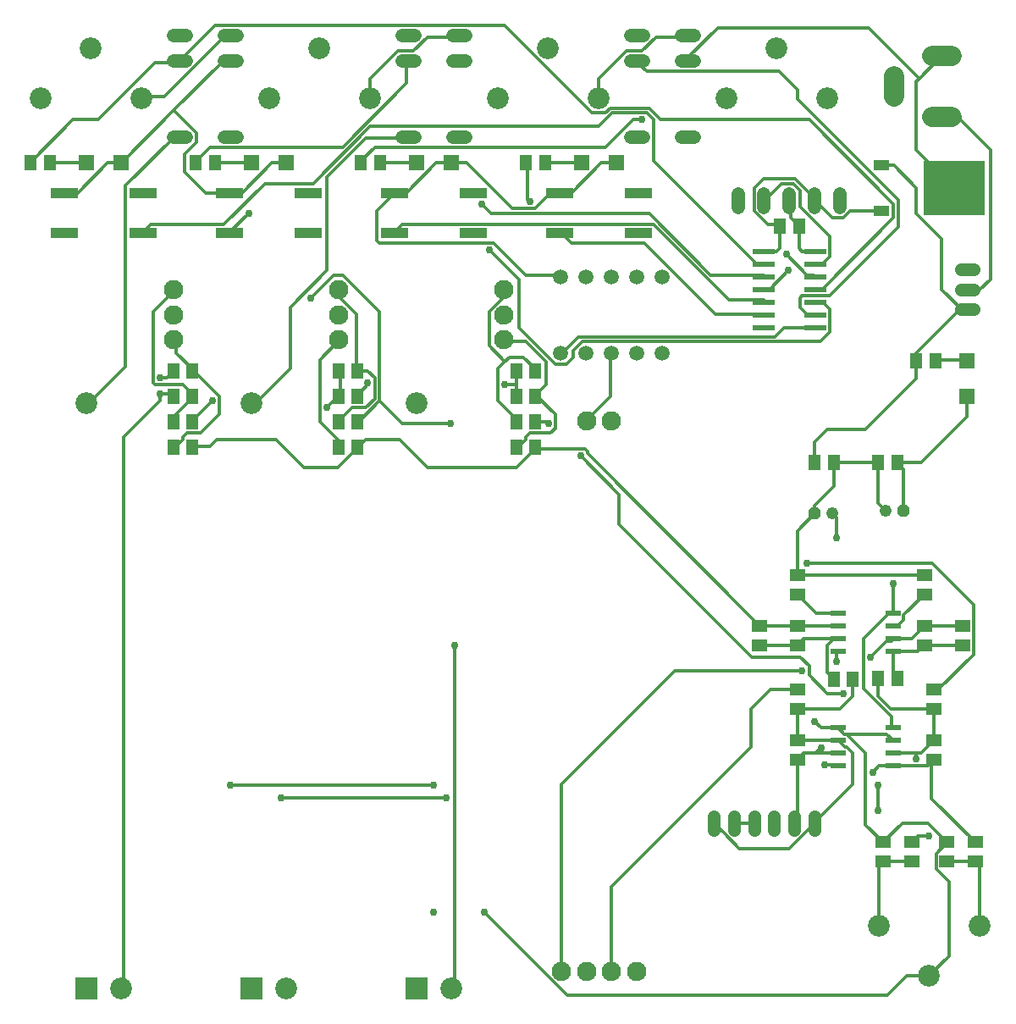
<source format=gbr>
G04 EAGLE Gerber RS-274X export*
G75*
%MOMM*%
%FSLAX34Y34*%
%LPD*%
%INTop Copper*%
%IPPOS*%
%AMOC8*
5,1,8,0,0,1.08239X$1,22.5*%
G01*
%ADD10P,1.319650X8X202.500000*%
%ADD11C,1.219200*%
%ADD12R,1.500000X1.300000*%
%ADD13P,1.319650X8X22.500000*%
%ADD14R,1.500000X1.500000*%
%ADD15C,1.930400*%
%ADD16R,1.300000X1.600000*%
%ADD17R,1.600000X1.300000*%
%ADD18R,1.300000X1.500000*%
%ADD19C,1.308000*%
%ADD20C,2.184400*%
%ADD21R,2.184400X2.184400*%
%ADD22R,1.500000X0.600000*%
%ADD23C,2.000000*%
%ADD24R,2.800000X1.000000*%
%ADD25C,1.320800*%
%ADD26C,1.508000*%
%ADD27R,2.200000X0.600000*%
%ADD28R,6.200000X5.400000*%
%ADD29R,1.600000X1.000000*%
%ADD30C,0.756400*%
%ADD31C,0.304800*%


D10*
X812800Y500100D03*
D11*
X830580Y500100D03*
D12*
X960400Y387300D03*
X960400Y368300D03*
X757200Y387300D03*
X757200Y368300D03*
D13*
X901700Y503200D03*
D11*
X883920Y503200D03*
D12*
X795300Y273000D03*
X795300Y254000D03*
X931900Y273000D03*
X931900Y254000D03*
X881100Y152450D03*
X881100Y171450D03*
X944600Y152450D03*
X944600Y171450D03*
D14*
X965200Y617500D03*
X965200Y652500D03*
D15*
X336700Y673500D03*
X336700Y698500D03*
X336700Y723500D03*
X501800Y673500D03*
X501800Y698500D03*
X501800Y723500D03*
X171600Y673500D03*
X171600Y698500D03*
X171600Y723500D03*
D16*
X831800Y550900D03*
X812800Y550900D03*
D17*
X922300Y387300D03*
X922300Y368300D03*
X922300Y438100D03*
X922300Y419100D03*
X795300Y323800D03*
X795300Y304800D03*
X795300Y387300D03*
X795300Y368300D03*
X795300Y438100D03*
X795300Y419100D03*
X973100Y171400D03*
X973100Y152400D03*
D16*
X171500Y566700D03*
X190500Y566700D03*
X336600Y642900D03*
X355600Y642900D03*
X336600Y617500D03*
X355600Y617500D03*
X514400Y642900D03*
X533400Y642900D03*
X895300Y550900D03*
X876300Y550900D03*
X514400Y617500D03*
X533400Y617500D03*
X336600Y592100D03*
X355600Y592100D03*
X336600Y566700D03*
X355600Y566700D03*
X514400Y592100D03*
X533400Y592100D03*
X514400Y566700D03*
X533400Y566700D03*
D17*
X909600Y171400D03*
X909600Y152400D03*
D18*
X933400Y652500D03*
X914400Y652500D03*
D16*
X895300Y335000D03*
X876300Y335000D03*
X831900Y334290D03*
X850900Y334290D03*
D17*
X931900Y323800D03*
X931900Y304800D03*
D16*
X171500Y617500D03*
X190500Y617500D03*
X171500Y642900D03*
X190500Y642900D03*
X171500Y592100D03*
X190500Y592100D03*
D19*
X958660Y723900D02*
X971740Y723900D01*
X971740Y743900D02*
X958660Y743900D01*
X958660Y703900D02*
X971740Y703900D01*
D20*
X927100Y38100D03*
X877100Y88100D03*
X977100Y88100D03*
D15*
X559400Y42500D03*
X584400Y42500D03*
X609400Y42500D03*
X634400Y42500D03*
X584400Y592500D03*
X609400Y592500D03*
D21*
X84100Y25000D03*
D20*
X119100Y25000D03*
X84100Y610000D03*
D21*
X249200Y25000D03*
D20*
X284200Y25000D03*
X249200Y610000D03*
D21*
X414300Y25000D03*
D20*
X449300Y25000D03*
X414300Y610000D03*
D19*
X772000Y197040D02*
X772000Y183960D01*
X752000Y183960D02*
X752000Y197040D01*
X732000Y197040D02*
X732000Y183960D01*
X792000Y183960D02*
X792000Y197040D01*
X812000Y197040D02*
X812000Y183960D01*
X712000Y183960D02*
X712000Y197040D01*
D22*
X891100Y374650D03*
X836100Y374650D03*
X891100Y361950D03*
X891100Y387350D03*
X891100Y400050D03*
X836100Y361950D03*
X836100Y387350D03*
X836100Y400050D03*
X891100Y260350D03*
X836100Y260350D03*
X891100Y247650D03*
X891100Y273050D03*
X891100Y285750D03*
X836100Y247650D03*
X836100Y273050D03*
X836100Y285750D03*
D23*
X929800Y896100D02*
X949800Y896100D01*
X949800Y957100D02*
X929800Y957100D01*
X891800Y937100D02*
X891800Y917100D01*
D24*
X62600Y820100D03*
X62600Y780100D03*
X140600Y780100D03*
X140600Y820100D03*
D20*
X88900Y965200D03*
X138900Y915200D03*
X38900Y915200D03*
X774700Y965200D03*
X824700Y915200D03*
X724700Y915200D03*
D24*
X392800Y820100D03*
X392800Y780100D03*
X470800Y780100D03*
X470800Y820100D03*
D20*
X546100Y965200D03*
X596100Y915200D03*
X496100Y915200D03*
D24*
X227700Y820100D03*
X227700Y780100D03*
X305700Y780100D03*
X305700Y820100D03*
D20*
X317500Y965200D03*
X367500Y915200D03*
X267500Y915200D03*
D25*
X184404Y977900D02*
X171196Y977900D01*
X171196Y952500D02*
X184404Y952500D01*
X184404Y876300D02*
X171196Y876300D01*
X221996Y876300D02*
X235204Y876300D01*
X235204Y952500D02*
X221996Y952500D01*
X221996Y977900D02*
X235204Y977900D01*
X399796Y977900D02*
X413004Y977900D01*
X413004Y952500D02*
X399796Y952500D01*
X399796Y876300D02*
X413004Y876300D01*
X450596Y876300D02*
X463804Y876300D01*
X463804Y952500D02*
X450596Y952500D01*
X450596Y977900D02*
X463804Y977900D01*
X628396Y977900D02*
X641604Y977900D01*
X641604Y952500D02*
X628396Y952500D01*
X628396Y876300D02*
X641604Y876300D01*
X679196Y876300D02*
X692404Y876300D01*
X692404Y952500D02*
X679196Y952500D01*
X679196Y977900D02*
X692404Y977900D01*
D26*
X558800Y660400D03*
X584200Y660400D03*
X609600Y660400D03*
X635000Y660400D03*
X660400Y660400D03*
X660400Y736600D03*
X635000Y736600D03*
X609600Y736600D03*
X584200Y736600D03*
X558800Y736600D03*
D27*
X761400Y749300D03*
X761400Y685800D03*
X761400Y762000D03*
X761400Y736600D03*
X761400Y723900D03*
X813400Y685800D03*
X761400Y698500D03*
X761400Y711200D03*
X813400Y698500D03*
X813400Y711200D03*
X813400Y723900D03*
X813400Y736600D03*
X813400Y749300D03*
X813400Y762000D03*
D24*
X557900Y820100D03*
X557900Y780100D03*
X635900Y780100D03*
X635900Y820100D03*
D28*
X952100Y825500D03*
D29*
X879100Y848300D03*
X879100Y802700D03*
D18*
X777900Y787400D03*
X796900Y787400D03*
D25*
X838200Y806196D02*
X838200Y819404D01*
X812800Y819404D02*
X812800Y806196D01*
X787400Y806196D02*
X787400Y819404D01*
X762000Y819404D02*
X762000Y806196D01*
X736600Y806196D02*
X736600Y819404D01*
D14*
X119100Y850900D03*
X84100Y850900D03*
X284200Y850900D03*
X249200Y850900D03*
X449300Y850900D03*
X414300Y850900D03*
X614400Y850900D03*
X579400Y850900D03*
D16*
X47600Y850900D03*
X28600Y850900D03*
X212700Y850900D03*
X193700Y850900D03*
X377800Y850900D03*
X358800Y850900D03*
X542900Y850900D03*
X523900Y850900D03*
D30*
X444500Y215900D03*
D31*
X279400Y215900D01*
D30*
X279400Y215900D03*
X431800Y228600D03*
D31*
X228600Y228600D01*
D30*
X228600Y228600D03*
D31*
X831800Y527000D02*
X831800Y550900D01*
X812800Y508000D02*
X812800Y500100D01*
X812800Y508000D02*
X831800Y527000D01*
X876300Y510820D02*
X883920Y503200D01*
X876300Y510820D02*
X876300Y550900D01*
X831800Y550900D01*
X795300Y438100D02*
X922300Y438100D01*
X836100Y285750D02*
X842450Y279400D01*
X884750Y279400D02*
X891100Y273050D01*
X884750Y279400D02*
X842450Y279400D01*
X836100Y285750D02*
X819150Y285750D01*
X812800Y292100D01*
D30*
X812800Y292100D03*
D31*
X795300Y438100D02*
X795300Y482600D01*
X812800Y500100D01*
X863600Y188950D02*
X881100Y171450D01*
X844863Y279098D02*
X842752Y279098D01*
X842450Y279400D01*
X844863Y279098D02*
X863600Y260361D01*
X863600Y188950D01*
X925550Y190500D02*
X944600Y171450D01*
X900150Y190500D02*
X881100Y171450D01*
X900150Y190500D02*
X925550Y190500D01*
X934052Y160213D02*
X934052Y144688D01*
X944600Y170761D02*
X944600Y171450D01*
X944600Y170761D02*
X934052Y160213D01*
X946784Y131956D02*
X946784Y57784D01*
X946784Y131956D02*
X934052Y144688D01*
X946784Y57784D02*
X927100Y38100D01*
D30*
X482600Y101600D03*
D31*
X904937Y38100D02*
X927100Y38100D01*
X546700Y37239D02*
X546700Y37500D01*
X885253Y18416D02*
X904937Y38100D01*
X885253Y18416D02*
X565523Y18416D01*
X546700Y37239D01*
X546700Y37500D02*
X482600Y101600D01*
D30*
X431800Y101600D03*
D31*
X917180Y934480D02*
X939800Y957100D01*
X917180Y934480D02*
X914400Y931700D01*
X914400Y863200D02*
X952100Y825500D01*
X914400Y863200D02*
X914400Y931700D01*
X813400Y762000D02*
X800100Y762000D01*
X796900Y765200D01*
X796900Y787400D01*
X895300Y550900D02*
X919200Y550900D01*
X965200Y596900D01*
X965200Y617500D01*
X895300Y550900D02*
X901700Y544500D01*
X901700Y503200D01*
X889254Y297180D02*
X889254Y285750D01*
X889254Y297180D02*
X861822Y324612D01*
X861822Y374904D01*
X886968Y400050D01*
X891100Y400050D01*
X891100Y285750D02*
X889254Y285750D01*
X891540Y400050D02*
X891540Y429768D01*
X891540Y400050D02*
X891100Y400050D01*
X788670Y795528D02*
X788670Y811530D01*
X788670Y795528D02*
X795528Y788670D01*
X788670Y811530D02*
X787400Y812800D01*
X795528Y788670D02*
X796900Y787400D01*
X612648Y850392D02*
X598932Y850392D01*
X569214Y820674D01*
X560070Y820674D01*
X612648Y850392D02*
X614400Y850900D01*
X560070Y820674D02*
X557900Y820100D01*
X448056Y850392D02*
X434340Y850392D01*
X404622Y820674D01*
X393192Y820674D01*
X448056Y850392D02*
X449300Y850900D01*
X393192Y820674D02*
X392800Y820100D01*
X523494Y738378D02*
X557784Y738378D01*
X523494Y738378D02*
X491490Y770382D01*
X377190Y770382D01*
X374904Y772668D01*
X374904Y802386D01*
X390906Y818388D01*
X557784Y738378D02*
X558800Y736600D01*
X392800Y820100D02*
X390906Y818388D01*
X546354Y818388D02*
X557784Y818388D01*
X546354Y818388D02*
X532638Y804672D01*
X509778Y804672D01*
X464058Y850392D01*
X450342Y850392D01*
X557900Y820100D02*
X557784Y818388D01*
X450342Y850392D02*
X449300Y850900D01*
X283464Y850392D02*
X269748Y850392D01*
X240030Y820674D01*
X228600Y820674D01*
X283464Y850392D02*
X284200Y850900D01*
X228600Y820674D02*
X227700Y820100D01*
X118872Y850392D02*
X105156Y850392D01*
X75438Y820674D01*
X64008Y820674D01*
X118872Y850392D02*
X119100Y850900D01*
X64008Y820674D02*
X62600Y820100D01*
X219456Y950976D02*
X228600Y950976D01*
X171450Y902970D02*
X121158Y852678D01*
X171450Y902970D02*
X219456Y950976D01*
X228600Y950976D02*
X228600Y952500D01*
X121158Y852678D02*
X119100Y850900D01*
X203454Y820674D02*
X226314Y820674D01*
X203454Y820674D02*
X182880Y841248D01*
X182880Y859536D01*
X194310Y870966D01*
X194310Y880110D01*
X171450Y902970D01*
X226314Y820674D02*
X227700Y820100D01*
X866394Y985266D02*
X917180Y934480D01*
X866394Y985266D02*
X715518Y985266D01*
X685800Y955548D01*
X685800Y952500D01*
D30*
X891540Y429768D03*
D31*
X934974Y653796D02*
X964692Y653796D01*
X934974Y653796D02*
X933400Y652500D01*
X964692Y653796D02*
X965200Y652500D01*
X891600Y848300D02*
X879100Y848300D01*
X914400Y825500D02*
X914400Y800100D01*
X939800Y774700D01*
X939800Y723900D01*
X959800Y703900D01*
X965200Y703900D01*
X914400Y825500D02*
X891600Y848300D01*
X957900Y703900D02*
X965200Y703900D01*
X914400Y660400D02*
X914400Y652500D01*
X914400Y660400D02*
X957900Y703900D01*
X812800Y571500D02*
X812800Y550900D01*
X812800Y571500D02*
X825500Y584200D01*
X863600Y584200D02*
X914400Y635000D01*
X914400Y652500D01*
X863600Y584200D02*
X825500Y584200D01*
X822960Y249174D02*
X834390Y249174D01*
X834390Y352044D02*
X834390Y361188D01*
X834390Y249174D02*
X836100Y247650D01*
X834390Y361188D02*
X836100Y361950D01*
X834390Y475488D02*
X834390Y496062D01*
X832104Y498348D01*
X830580Y500100D01*
D30*
X822960Y249174D03*
X834390Y352044D03*
X834390Y475488D03*
D31*
X173736Y594360D02*
X173736Y598932D01*
X192024Y617220D01*
X173736Y594360D02*
X171500Y592100D01*
X190500Y617500D02*
X192024Y617220D01*
X189738Y619506D02*
X180594Y628650D01*
X153162Y628650D01*
X150876Y630936D01*
X150876Y701802D01*
X171450Y722376D01*
X189738Y619506D02*
X190500Y617500D01*
X171450Y722376D02*
X171600Y723500D01*
X180594Y573786D02*
X173736Y566928D01*
X180594Y573786D02*
X180594Y576072D01*
X185166Y580644D01*
X198882Y580644D01*
X217170Y598932D01*
X217170Y617220D01*
X192024Y642366D01*
X173736Y566928D02*
X171500Y566700D01*
X192024Y642366D02*
X190500Y642900D01*
X173736Y660654D02*
X173736Y672084D01*
X173736Y660654D02*
X189738Y644652D01*
X173736Y672084D02*
X171600Y673500D01*
X189738Y644652D02*
X190500Y642900D01*
X891100Y374650D02*
X909650Y374650D01*
X922300Y387300D01*
X960400Y387300D01*
X210312Y612648D02*
X192024Y594360D01*
X308610Y715518D02*
X331470Y738378D01*
X340614Y738378D01*
X377190Y701802D01*
X377190Y612648D01*
X356616Y592074D01*
X192024Y594360D02*
X190500Y592100D01*
X355600Y592100D02*
X356616Y592074D01*
X534924Y592074D02*
X544068Y592074D01*
X546354Y589788D01*
X448056Y589788D02*
X400050Y589788D01*
X377190Y612648D01*
X533400Y592100D02*
X534924Y592074D01*
X884682Y372618D02*
X889254Y372618D01*
X884682Y372618D02*
X868680Y356616D01*
X841248Y320040D02*
X825246Y320040D01*
X806958Y338328D01*
X806958Y347472D01*
X797814Y356616D01*
X749808Y356616D01*
X617220Y489204D01*
X617220Y518922D01*
X578358Y557784D01*
X889254Y372618D02*
X891100Y374650D01*
D30*
X210312Y612648D03*
X308610Y715518D03*
X546354Y589788D03*
X448056Y589788D03*
X868680Y356616D03*
X841248Y320040D03*
X578358Y557784D03*
D31*
X891100Y361950D02*
X891100Y339200D01*
X895300Y335000D01*
X891100Y361950D02*
X915950Y361950D01*
X922300Y368300D01*
X960400Y368300D01*
X922300Y419100D02*
X901700Y398500D01*
X901700Y393700D01*
X895350Y387350D01*
X891100Y387350D01*
X977100Y148400D02*
X977100Y88100D01*
X977100Y148400D02*
X973100Y152400D01*
X973050Y152450D02*
X944600Y152450D01*
X973050Y152450D02*
X973100Y152400D01*
X831900Y334290D02*
X825500Y340690D01*
X825500Y368300D01*
X831850Y374650D01*
X836100Y374650D01*
X801650Y374650D01*
X795300Y368300D01*
X757200Y368300D01*
X814350Y400050D02*
X836100Y400050D01*
X814350Y400050D02*
X795300Y419100D01*
X795300Y387300D02*
X757200Y387300D01*
X795300Y387300D02*
X836050Y387300D01*
X836100Y387350D01*
X208026Y566928D02*
X192024Y566928D01*
X208026Y566928D02*
X214884Y573786D01*
X274320Y573786D01*
X301752Y546354D01*
X336042Y546354D01*
X354330Y564642D01*
X192024Y566928D02*
X190500Y566700D01*
X354330Y564642D02*
X355600Y566700D01*
X514350Y546354D02*
X532638Y564642D01*
X514350Y546354D02*
X425196Y546354D01*
X397764Y573786D01*
X363474Y573786D01*
X356616Y566928D01*
X532638Y564642D02*
X533400Y566700D01*
X356616Y566928D02*
X355600Y566700D01*
X585216Y560070D02*
X756666Y388620D01*
X585216Y560070D02*
X585216Y562356D01*
X582930Y564642D01*
X534924Y564642D01*
X756666Y388620D02*
X757200Y387300D01*
X534924Y564642D02*
X533400Y566700D01*
X349758Y605790D02*
X338328Y594360D01*
X349758Y605790D02*
X363474Y605790D01*
X372618Y614934D01*
X372618Y635508D01*
X365760Y642366D01*
X356616Y642366D01*
X338328Y594360D02*
X336600Y592100D01*
X356616Y642366D02*
X355600Y642900D01*
X338328Y715518D02*
X338328Y722376D01*
X338328Y715518D02*
X354330Y699516D01*
X354330Y644652D01*
X338328Y722376D02*
X336700Y723500D01*
X354330Y644652D02*
X355600Y642900D01*
X336042Y573786D02*
X336042Y566928D01*
X336042Y573786D02*
X317754Y592074D01*
X317754Y653796D01*
X336042Y672084D01*
X336042Y566928D02*
X336600Y566700D01*
X336042Y672084D02*
X336700Y673500D01*
X365760Y628650D02*
X356616Y619506D01*
X365760Y628650D02*
X365760Y630936D01*
X356616Y619506D02*
X355600Y617500D01*
D30*
X365760Y630936D03*
D31*
X496062Y612648D02*
X514350Y594360D01*
X496062Y612648D02*
X496062Y644652D01*
X502920Y651510D02*
X507492Y656082D01*
X502920Y651510D02*
X496062Y644652D01*
X507492Y656082D02*
X521208Y656082D01*
X532638Y644652D01*
X514350Y594360D02*
X514400Y592100D01*
X533400Y642900D02*
X532638Y644652D01*
X500634Y715518D02*
X500634Y722376D01*
X500634Y715518D02*
X486918Y701802D01*
X486918Y667512D01*
X502920Y651510D01*
X500634Y722376D02*
X501800Y723500D01*
X523494Y573786D02*
X516636Y566928D01*
X523494Y573786D02*
X523494Y576072D01*
X528066Y580644D01*
X548640Y580644D01*
X553212Y585216D01*
X553212Y598932D01*
X534924Y617220D01*
X516636Y566928D02*
X514400Y566700D01*
X533400Y617500D02*
X534924Y617220D01*
X523494Y672084D02*
X502920Y672084D01*
X523494Y672084D02*
X544068Y651510D01*
X544068Y628650D01*
X534924Y619506D01*
X502920Y672084D02*
X501800Y673500D01*
X534924Y619506D02*
X533400Y617500D01*
X171450Y619506D02*
X157734Y619506D01*
X157734Y635508D02*
X164592Y635508D01*
X171450Y642366D01*
X171450Y619506D02*
X171500Y617500D01*
X171450Y642366D02*
X171500Y642900D01*
X157734Y619506D02*
X157734Y612648D01*
X121158Y576072D01*
X121158Y25146D01*
X119100Y25000D01*
D30*
X157734Y619506D03*
X157734Y635508D03*
D31*
X338328Y642366D02*
X338328Y619506D01*
X336600Y617500D01*
X338328Y642366D02*
X336600Y642900D01*
X336042Y617220D02*
X324612Y605790D01*
X336042Y617220D02*
X336600Y617500D01*
D30*
X324612Y605790D03*
D31*
X514350Y628650D02*
X514350Y642366D01*
X514350Y628650D02*
X514350Y619506D01*
X514400Y617500D01*
X514350Y642366D02*
X514400Y642900D01*
X514350Y628650D02*
X502920Y628650D01*
X452628Y368046D02*
X452628Y27432D01*
X450342Y25146D01*
X449300Y25000D01*
D30*
X502920Y628650D03*
X452628Y368046D03*
D31*
X559400Y229200D02*
X559400Y42500D01*
X673100Y342900D02*
X800100Y342900D01*
D30*
X800100Y342900D03*
D31*
X673100Y342900D02*
X559400Y229200D01*
X932688Y324612D02*
X937260Y324612D01*
X971550Y358902D01*
X971550Y409194D01*
X930402Y450342D01*
X804672Y450342D01*
X932688Y324612D02*
X931900Y323800D01*
D30*
X804672Y450342D03*
D31*
X891100Y260350D02*
X914400Y260350D01*
X919250Y260350D01*
X931900Y273000D01*
X931900Y304800D01*
X889000Y304800D01*
X876300Y317500D01*
X876300Y335000D01*
X752000Y190500D02*
X732000Y190500D01*
D30*
X914400Y254480D03*
D31*
X914400Y260350D01*
X609400Y126800D02*
X609400Y42500D01*
X749300Y266700D02*
X749300Y304800D01*
X768300Y323800D01*
X795300Y323800D01*
X749300Y266700D02*
X609400Y126800D01*
X795300Y273000D02*
X795300Y304800D01*
X795300Y273000D02*
X836050Y273000D01*
X836100Y273050D01*
X838200Y304800D02*
X795300Y304800D01*
X838200Y304800D02*
X850900Y317500D01*
X850900Y334290D01*
X812400Y190900D02*
X812000Y190500D01*
X812400Y190900D02*
X850900Y229400D01*
X844863Y266398D02*
X842752Y266398D01*
X836100Y273050D01*
X844863Y266398D02*
X850900Y260361D01*
X850900Y229400D01*
X722412Y180088D02*
X712000Y190500D01*
X722412Y180088D02*
X722412Y179989D01*
X737301Y165100D01*
X787400Y165100D01*
X812400Y190100D01*
X812400Y190900D01*
X813384Y260350D02*
X836100Y260350D01*
X813384Y260350D02*
X801650Y260350D01*
X795300Y254000D01*
X795300Y193800D02*
X792000Y190500D01*
X795300Y193800D02*
X795300Y254000D01*
X916000Y177800D02*
X927100Y177800D01*
X916000Y177800D02*
X909600Y171400D01*
D30*
X927100Y177800D03*
X876300Y203200D03*
D31*
X876300Y228600D01*
D30*
X876300Y228600D03*
X819150Y266116D03*
D31*
X813384Y260350D01*
X891100Y247650D02*
X925550Y247650D01*
X929500Y251600D01*
D30*
X870430Y241300D03*
D31*
X929500Y251600D02*
X931900Y254000D01*
X876780Y247650D02*
X870430Y241300D01*
X876780Y247650D02*
X891100Y247650D01*
X929500Y215000D02*
X973100Y171400D01*
X929500Y215000D02*
X929500Y251600D01*
X877100Y148450D02*
X877100Y88100D01*
X877100Y148450D02*
X881100Y152450D01*
X909550Y152450D01*
X909600Y152400D01*
X761238Y749808D02*
X754380Y749808D01*
X651510Y852678D01*
X651510Y893826D01*
X644652Y900684D01*
X610362Y900684D01*
X596646Y886968D01*
X368046Y886968D01*
X310896Y829818D01*
X262890Y829818D01*
X221742Y788670D01*
X148590Y788670D01*
X141732Y781812D01*
X761238Y749808D02*
X761400Y749300D01*
X141732Y781812D02*
X140600Y780100D01*
X708660Y738378D02*
X761238Y738378D01*
X708660Y738378D02*
X646938Y800100D01*
X489204Y800100D01*
X480060Y809244D01*
X246888Y800100D02*
X228600Y781812D01*
X761238Y738378D02*
X761400Y736600D01*
X228600Y781812D02*
X227700Y780100D01*
D30*
X480060Y809244D03*
X246888Y800100D03*
D31*
X726948Y713232D02*
X761238Y713232D01*
X726948Y713232D02*
X651510Y788670D01*
X400050Y788670D01*
X393192Y781812D01*
X761238Y713232D02*
X761400Y711200D01*
X393192Y781812D02*
X392800Y780100D01*
X713232Y699516D02*
X761238Y699516D01*
X713232Y699516D02*
X642366Y770382D01*
X569214Y770382D01*
X560070Y779526D01*
X761238Y699516D02*
X761400Y698500D01*
X560070Y779526D02*
X557900Y780100D01*
X525780Y813816D02*
X525780Y850392D01*
X525780Y813816D02*
X528066Y811530D01*
X525780Y850392D02*
X523900Y850900D01*
X781812Y685800D02*
X813400Y685800D01*
X781812Y685800D02*
X772668Y676656D01*
X576072Y676656D01*
X560070Y660654D01*
X558800Y660400D01*
D30*
X528066Y811530D03*
D31*
X372618Y866394D02*
X358902Y852678D01*
X372618Y866394D02*
X603504Y866394D01*
X630936Y893826D01*
X640080Y893826D01*
X358902Y852678D02*
X358800Y850900D01*
X804672Y699516D02*
X811530Y699516D01*
X804672Y699516D02*
X797814Y706374D01*
X797814Y715518D01*
X800100Y717804D01*
X827532Y717804D01*
X896112Y786384D01*
X896112Y813816D01*
X795528Y914400D01*
X795528Y923544D01*
X777240Y941832D01*
X644652Y941832D01*
X635508Y950976D01*
X811530Y699516D02*
X813400Y698500D01*
X635508Y950976D02*
X635000Y952500D01*
D30*
X640080Y893826D03*
D31*
X208026Y866394D02*
X194310Y852678D01*
X208026Y866394D02*
X340614Y866394D01*
X404622Y930402D01*
X404622Y950976D01*
X194310Y852678D02*
X193700Y850900D01*
X404622Y950976D02*
X406400Y952500D01*
X813816Y710946D02*
X820674Y710946D01*
X827532Y704088D01*
X827532Y681228D01*
X818388Y672084D01*
X580644Y672084D01*
X571500Y662940D01*
X571500Y656082D01*
X564642Y649224D01*
X553212Y649224D01*
X516636Y685800D01*
X516636Y733806D01*
X486918Y763524D01*
X813400Y711200D02*
X813816Y710946D01*
D30*
X486918Y763524D03*
D31*
X70866Y893826D02*
X29718Y852678D01*
X70866Y893826D02*
X96012Y893826D01*
X153162Y950976D01*
X176022Y950976D01*
X29718Y852678D02*
X28600Y850900D01*
X176022Y950976D02*
X177800Y952500D01*
X813816Y724662D02*
X820674Y724662D01*
X891540Y795528D01*
X891540Y809244D01*
X806958Y893826D01*
X658368Y893826D01*
X646938Y905256D01*
X608076Y905256D01*
X603504Y900684D01*
X589788Y900684D01*
X502920Y987552D01*
X212598Y987552D01*
X178308Y953262D01*
X813400Y723900D02*
X813816Y724662D01*
X178308Y953262D02*
X177800Y952500D01*
X761400Y762000D02*
X774700Y762000D01*
X777900Y765200D01*
X777900Y787400D01*
X848106Y802386D02*
X877824Y802386D01*
X848106Y802386D02*
X841248Y795528D01*
X829818Y795528D01*
X813816Y811530D01*
X877824Y802386D02*
X879100Y802700D01*
X813816Y811530D02*
X812800Y812800D01*
X777240Y788670D02*
X765810Y788670D01*
X752094Y802386D01*
X752094Y825246D01*
X761238Y834390D01*
X793242Y834390D01*
X813816Y813816D01*
X777240Y788670D02*
X777900Y787400D01*
X812800Y812800D02*
X813816Y813816D01*
X768096Y724662D02*
X763524Y724662D01*
X768096Y724662D02*
X786384Y742950D01*
X763524Y724662D02*
X761400Y723900D01*
D30*
X786384Y742950D03*
D31*
X813816Y749808D02*
X820674Y749808D01*
X827532Y756666D01*
X827532Y777240D01*
X797814Y806958D01*
X797814Y822960D01*
X790956Y829818D01*
X779526Y829818D01*
X763524Y813816D01*
X813816Y749808D02*
X813400Y749300D01*
X763524Y813816D02*
X762000Y812800D01*
X804672Y738378D02*
X811530Y738378D01*
X804672Y738378D02*
X784098Y758952D01*
X811530Y738378D02*
X813400Y736600D01*
D30*
X784098Y758952D03*
D31*
X685800Y976122D02*
X653796Y976122D01*
X640080Y962406D01*
X624078Y962406D01*
X596646Y934974D01*
X596646Y916686D01*
X685800Y976122D02*
X685800Y977900D01*
X596646Y916686D02*
X596100Y915200D01*
X457200Y976122D02*
X425196Y976122D01*
X411480Y962406D01*
X395478Y962406D01*
X368046Y934974D01*
X368046Y916686D01*
X457200Y976122D02*
X457200Y977900D01*
X368046Y916686D02*
X367500Y915200D01*
X228600Y976122D02*
X221742Y976122D01*
X162306Y916686D01*
X139446Y916686D01*
X228600Y976122D02*
X228600Y977900D01*
X139446Y916686D02*
X138900Y915200D01*
X82296Y850392D02*
X48006Y850392D01*
X82296Y850392D02*
X84100Y850900D01*
X48006Y850392D02*
X47600Y850900D01*
X214884Y850392D02*
X249174Y850392D01*
X249200Y850900D01*
X214884Y850392D02*
X212700Y850900D01*
X379476Y850392D02*
X413766Y850392D01*
X414300Y850900D01*
X379476Y850392D02*
X377800Y850900D01*
X544068Y850392D02*
X578358Y850392D01*
X579400Y850900D01*
X544068Y850392D02*
X542900Y850900D01*
X404622Y875538D02*
X363474Y875538D01*
X324612Y836676D01*
X324612Y742950D01*
X288036Y706374D01*
X288036Y644652D01*
X251460Y608076D01*
X404622Y875538D02*
X406400Y876300D01*
X249200Y610000D02*
X251460Y608076D01*
X176022Y875538D02*
X171450Y875538D01*
X123444Y827532D01*
X123444Y646938D01*
X84582Y608076D01*
X176022Y875538D02*
X177800Y876300D01*
X84100Y610000D02*
X84582Y608076D01*
X965200Y723900D02*
X977900Y723900D01*
X988316Y734316D01*
X988316Y863600D01*
X955816Y896100D01*
X939800Y896100D01*
X608076Y658368D02*
X608076Y617220D01*
X585216Y594360D01*
X608076Y658368D02*
X609600Y660400D01*
X585216Y594360D02*
X584400Y592500D01*
M02*

</source>
